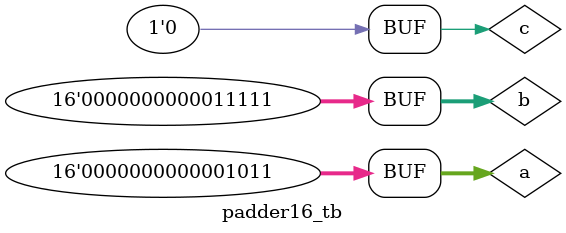
<source format=v>
module padder16(a,b,c,s,co);
input[15:0]a,b;
input c;

output [15:0]s;
output co;
wire c1,c2,c3,c4,c5,c6,c7,c8,c9,c10,c11,c12,c13;
pafa a0 (a[0],b[0],c,s[0],c1);
pafa a1 (a[1],b[1],c1,s[1],c2);
pafa a2 (a[2],b[2],c2,s[2],c3);
pafa a3 (a[3],b[3],c3,s[3],c4);
pafa a4 (a[4],b[4],c4,s[4],c5);
pafa a5 (a[5],b[5],c5,s[5],c6);
control1  u0 (a[9],b[9],c6,y1);
modifiedxor u1 (a[6],b[6],y1,s[6]);
modifiedxor u2 (a[7],b[7],y1,s[7]);
modifiedxor u3 (a[8],b[8],y1,s[8]);
modifiedxor u4 (a[9],b[9],y1,s[9]);
fa a10 (a[10],b[10],1'b0,s[10],c11);
fa a11(a[11],b[11],c11,s[11],c12);
fa a12 (a[12],b[12],c12,s[12],c13);
fa a13 (a[13],b[13],c13,s[13],c14);
fa a14 (a[14],b[14],c14,s[14],c15);
fa a15 (a[15],b[15],c15,s[15],co);



endmodule

module padder16_tb();

reg [15:0]a,b;
reg c;
wire [15:0]s;
wire co;

padder16 u1 (a,b,c,s,co);


initial
begin

a= 16'd8;
b= 16'd15;
c = 1'b0;
#100;

a= 16'd11;
b= 16'd31;
end
	 
endmodule

</source>
